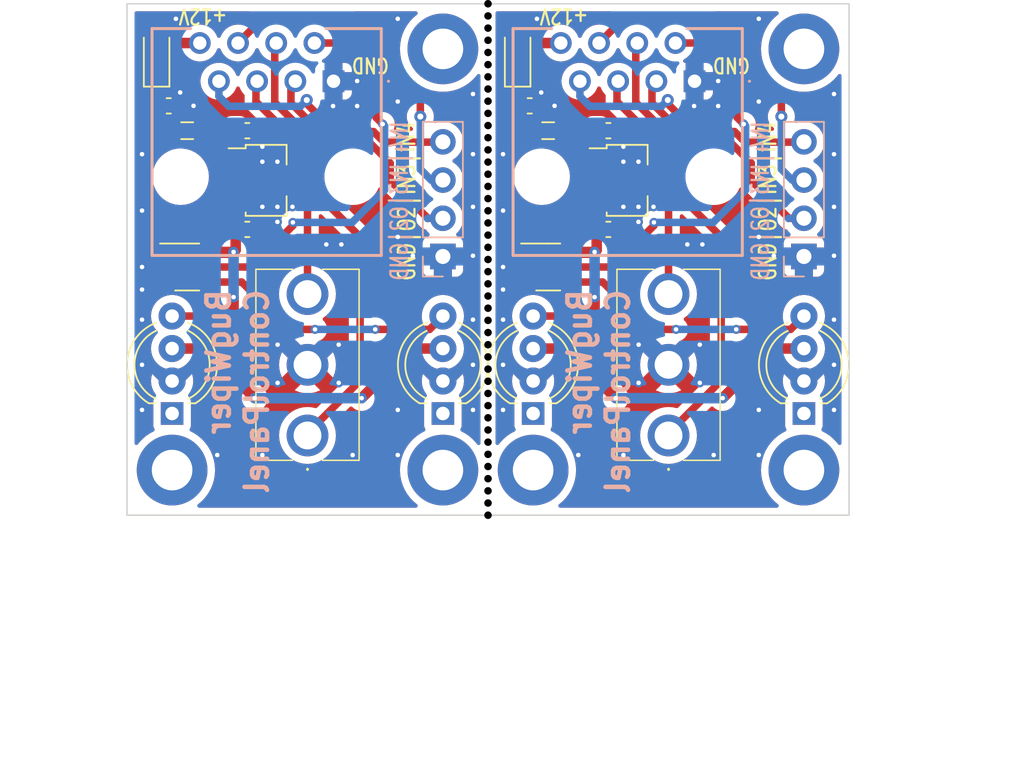
<source format=kicad_pcb>
(kicad_pcb (version 20221018) (generator pcbnew)
  (layers (0 "F.Cu" signal) (31 "B.Cu" signal) (34 "B.Paste" user) (35 "F.Paste" user) (36 "B.SilkS" user "B.Silkscreen") (37 "F.SilkS" user "F.Silkscreen") (38 "B.Mask" user) (39 "F.Mask" user) (44 "Edge.Cuts" user))
  (net 0 "")
  (net 1 "Board_0-+5V")
  (net 2 "Board_0-GND1")
  (net 3 "Board_0-IN1")
  (net 4 "Board_0-IN2")
  (net 5 "Board_0-IN3")
  (net 6 "Board_0-IN4")
  (net 7 "Board_0-Net-(D2-K)")
  (net 8 "Board_0-Net-(U1-VIN)")
  (net 9 "Board_0-OUT1")
  (net 10 "Board_0-OUT2")
  (net 11 "Board_0-OUT_1")
  (net 12 "Board_0-V_IN")
  (net 13 "Board_0-unconnected-(D1-DO-Pad1)")
  (net 14 "Board_0-unconnected-(D3-DO-Pad1)")
  (net 15 "Board_0-unconnected-(U2-NC-Pad1)")
  (net 16 "Board_1-+5V")
  (net 17 "Board_1-GND1")
  (net 18 "Board_1-IN1")
  (net 19 "Board_1-IN2")
  (net 20 "Board_1-IN3")
  (net 21 "Board_1-IN4")
  (net 22 "Board_1-Net-(D2-K)")
  (net 23 "Board_1-Net-(U1-VIN)")
  (net 24 "Board_1-OUT1")
  (net 25 "Board_1-OUT2")
  (net 26 "Board_1-OUT_1")
  (net 27 "Board_1-V_IN")
  (net 28 "Board_1-unconnected-(D1-DO-Pad1)")
  (net 29 "Board_1-unconnected-(D3-DO-Pad1)")
  (net 30 "Board_1-unconnected-(U2-NC-Pad1)")
  (footprint "NPTH" (layer "F.Cu") (at 148.5 46.714285)
    (fp_text reference "KiKit_MB_1_34" hide)
    (fp_text value "NPTH" hide)
  )
  (footprint "NPTH" (layer "F.Cu") (at 148.5 39.428571)
    (fp_text reference "KiKit_MB_1_25" hide)
    (fp_text value "NPTH" hide)
  )
  (footprint "Diode_SMD:D_SOD-323_HandSoldering" (layer "F.Cu") (at 150.47 23.5 90)
    (fp_text reference "D2" hide)
    (fp_text value "CUS15S30,H3F" hide)
  )
  (footprint "NPTH" (layer "F.Cu") (at 148.5 20)
    (fp_text reference "KiKit_MB_1_1" hide)
    (fp_text value "NPTH" hide)
  )
  (footprint "NPTH" (layer "F.Cu") (at 148.5 49.95238)
    (fp_text reference "KiKit_MB_1_38" hide)
    (fp_text value "NPTH" hide)
  )
  (footprint "NPTH" (layer "F.Cu") (at 148.5 33.761905)
    (fp_text reference "KiKit_MB_1_18" hide)
    (fp_text value "NPTH" hide)
  )
  (footprint "NPTH" (layer "F.Cu") (at 148.5 45.095238)
    (fp_text reference "KiKit_MB_1_32" hide)
    (fp_text value "NPTH" hide)
  )
  (footprint "Capacitor_SMD:C_0603_1608Metric" (layer "F.Cu") (at 156.5 35)
    (fp_text reference "C2" hide)
    (fp_text value "470nF" hide)
  )
  (footprint "NPTH" (layer "F.Cu") (at 148.5 35.380953)
    (fp_text reference "KiKit_MB_1_20" hide)
    (fp_text value "NPTH" hide)
  )
  (footprint "NPTH" (layer "F.Cu") (at 148.5 29.714286)
    (fp_text reference "KiKit_MB_1_13" hide)
    (fp_text value "NPTH" hide)
  )
  (footprint "NPTH" (layer "F.Cu") (at 148.5 43.47619)
    (fp_text reference "KiKit_MB_1_30" hide)
    (fp_text value "NPTH" hide)
  )
  (footprint "NPTH" (layer "F.Cu") (at 148.5 47.523809)
    (fp_text reference "KiKit_MB_1_35" hide)
    (fp_text value "NPTH" hide)
  )
  (footprint "MountingHole:MountingHole_2.7mm_M2.5_DIN965_Pad" (layer "F.Cu") (at 169.5 23)
    (fp_text reference "H1" hide)
    (fp_text value "MountingHole" hide)
  )
  (footprint "NPTH" (layer "F.Cu") (at 148.5 21.619048)
    (fp_text reference "KiKit_MB_1_3" hide)
    (fp_text value "NPTH" hide)
  )
  (footprint "NPTH" (layer "F.Cu") (at 148.5 40.238095)
    (fp_text reference "KiKit_MB_1_26" hide)
    (fp_text value "NPTH" hide)
  )
  (footprint "Package_TO_SOT_SMD:SOT-23-5" (layer "F.Cu") (at 152.5 37.5)
    (fp_text reference "U2" hide)
    (fp_text value "SN74LV1T34DBV" hide)
  )
  (footprint "MountingHole:MountingHole_2.7mm_M2.5_DIN965_Pad" (layer "F.Cu") (at 127.5 51)
    (fp_text reference "H2" hide)
    (fp_text value "MountingHole" hide)
  )
  (footprint "NPTH" (layer "F.Cu") (at 148.5 52.380952)
    (fp_text reference "KiKit_MB_1_41" hide)
    (fp_text value "NPTH" hide)
  )
  (footprint "NPTH" (layer "F.Cu") (at 148.5 31.333334)
    (fp_text reference "KiKit_MB_1_15" hide)
    (fp_text value "NPTH" hide)
  )
  (footprint "NPTH" (layer "F.Cu") (at 148.5 32.952381)
    (fp_text reference "KiKit_MB_1_17" hide)
    (fp_text value "NPTH" hide)
  )
  (footprint "NPTH" (layer "F.Cu") (at 148.5 23.238096)
    (fp_text reference "KiKit_MB_1_5" hide)
    (fp_text value "NPTH" hide)
  )
  (footprint "NPTH" (layer "F.Cu") (at 148.5 28.904762)
    (fp_text reference "KiKit_MB_1_12" hide)
    (fp_text value "NPTH" hide)
  )
  (footprint "NPTH" (layer "F.Cu") (at 148.5 27.285715)
    (fp_text reference "KiKit_MB_1_10" hide)
    (fp_text value "NPTH" hide)
  )
  (footprint "LED_THT:LED_D5.0mm-4_RGB_Wide_Pins" (layer "F.Cu") (at 145.5 44 90)
    (fp_text reference "D3" hide)
    (fp_text value "APA-106-F5" hide)
  )
  (footprint "NPTH" (layer "F.Cu") (at 148.5 54)
    (fp_text reference "KiKit_MB_1_43" hide)
    (fp_text value "NPTH" hide)
  )
  (footprint "NPTH" (layer "F.Cu") (at 148.5 42.666666)
    (fp_text reference "KiKit_MB_1_29" hide)
    (fp_text value "NPTH" hide)
  )
  (footprint "NPTH" (layer "F.Cu") (at 148.5 34.571429)
    (fp_text reference "KiKit_MB_1_19" hide)
    (fp_text value "NPTH" hide)
  )
  (footprint "NPTH" (layer "F.Cu") (at 148.5 41.857142)
    (fp_text reference "KiKit_MB_1_28" hide)
    (fp_text value "NPTH" hide)
  )
  (footprint "Capacitor_SMD:C_0603_1608Metric" (layer "F.Cu") (at 156.5 28.438)
    (fp_text reference "C1" hide)
    (fp_text value "100nF" hide)
  )
  (footprint "NPTH" (layer "F.Cu") (at 148.5 37)
    (fp_text reference "KiKit_MB_1_22" hide)
    (fp_text value "NPTH" hide)
  )
  (footprint "MountingHole:MountingHole_2.7mm_M2.5_DIN965_Pad" (layer "F.Cu") (at 169.5 51)
    (fp_text reference "H3" hide)
    (fp_text value "MountingHole" hide)
  )
  (footprint "NPTH" (layer "F.Cu") (at 148.5 28.095239)
    (fp_text reference "KiKit_MB_1_11" hide)
    (fp_text value "NPTH" hide)
  )
  (footprint "MountingHole:MountingHole_2.7mm_M2.5_DIN965_Pad" (layer "F.Cu") (at 151.5 51)
    (fp_text reference "H2" hide)
    (fp_text value "MountingHole" hide)
  )
  (footprint "NPTH" (layer "F.Cu") (at 148.5 36.190477)
    (fp_text reference "KiKit_MB_1_21" hide)
    (fp_text value "NPTH" hide)
  )
  (footprint "NPTH" (layer "F.Cu") (at 148.5 37.809523)
    (fp_text reference "KiKit_MB_1_23" hide)
    (fp_text value "NPTH" hide)
  )
  (footprint "NPTH" (layer "F.Cu") (at 148.5 44.285714)
    (fp_text reference "KiKit_MB_1_31" hide)
    (fp_text value "NPTH" hide)
  )
  (footprint "NPTH" (layer "F.Cu") (at 148.5 50.761904)
    (fp_text reference "KiKit_MB_1_39" hide)
    (fp_text value "NPTH" hide)
  )
  (footprint "MountingHole:MountingHole_2.7mm_M2.5_DIN965_Pad" (layer "F.Cu") (at 145.5 51)
    (fp_text reference "H3" hide)
    (fp_text value "MountingHole" hide)
  )
  (footprint "Capacitor_SMD:C_0603_1608Metric" (layer "F.Cu") (at 127.273 26.787)
    (fp_text reference "C3" hide)
    (fp_text value "100nF" hide)
  )
  (footprint "BugWiper_lib:100SP4T1B4M2QE" (layer "F.Cu") (at 136.5 44 90)
    (fp_text reference "S1" hide)
    (fp_text value "100SP4T1B4M2QE" hide)
  )
  (footprint "Inductor_SMD:L_0805_2012Metric" (layer "F.Cu") (at 152.5 28.438)
    (fp_text reference "L1" hide)
    (fp_text value "L_Ferrite" hide)
  )
  (footprint "Capacitor_SMD:C_0603_1608Metric" (layer "F.Cu") (at 132.5 28.438)
    (fp_text reference "C1" hide)
    (fp_text value "100nF" hide)
  )
  (footprint "Diode_SMD:D_SOD-323_HandSoldering" (layer "F.Cu") (at 126.47 23.5 90)
    (fp_text reference "D2" hide)
    (fp_text value "CUS15S30,H3F" hide)
  )
  (footprint "NPTH" (layer "F.Cu") (at 148.5 25.666667)
    (fp_text reference "KiKit_MB_1_8" hide)
    (fp_text value "NPTH" hide)
  )
  (footprint "NPTH" (layer "F.Cu") (at 148.5 53.190476)
    (fp_text reference "KiKit_MB_1_42" hide)
    (fp_text value "NPTH" hide)
  )
  (footprint "NPTH" (layer "F.Cu") (at 148.5 24.857143)
    (fp_text reference "KiKit_MB_1_7" hide)
    (fp_text value "NPTH" hide)
  )
  (footprint "NPTH" (layer "F.Cu") (at 148.5 22.428572)
    (fp_text reference "KiKit_MB_1_4" hide)
    (fp_text value "NPTH" hide)
  )
  (footprint "NPTH" (layer "F.Cu") (at 148.5 48.333333)
    (fp_text reference "KiKit_MB_1_36" hide)
    (fp_text value "NPTH" hide)
  )
  (footprint "LED_THT:LED_D5.0mm-4_RGB_Wide_Pins" (layer "F.Cu") (at 169.5 44 90)
    (fp_text reference "D3" hide)
    (fp_text value "APA-106-F5" hide)
  )
  (footprint "NPTH" (layer "F.Cu") (at 148.5 49.142857)
    (fp_text reference "KiKit_MB_1_37" hide)
    (fp_text value "NPTH" hide)
  )
  (footprint "NPTH" (layer "F.Cu") (at 148.5 38.619047)
    (fp_text reference "KiKit_MB_1_24" hide)
    (fp_text value "NPTH" hide)
  )
  (footprint "Package_TO_SOT_SMD:SOT-89-3" (layer "F.Cu") (at 157.75 31.739)
    (fp_text reference "U1" hide)
    (fp_text value "AP2204R-5.0" hide)
  )
  (footprint "NPTH" (layer "F.Cu") (at 148.5 30.52381)
    (fp_text reference "KiKit_MB_1_14" hide)
    (fp_text value "NPTH" hide)
  )
  (footprint "NPTH" (layer "F.Cu") (at 148.5 41.047619)
    (fp_text reference "KiKit_MB_1_27" hide)
    (fp_text value "NPTH" hide)
  )
  (footprint "Capacitor_SMD:C_0603_1608Metric" (layer "F.Cu") (at 132.5 35)
    (fp_text reference "C2" hide)
    (fp_text value "470nF" hide)
  )
  (footprint "NPTH" (layer "F.Cu") (at 148.5 20.809524)
    (fp_text reference "KiKit_MB_1_2" hide)
    (fp_text value "NPTH" hide)
  )
  (footprint "Capacitor_SMD:C_0603_1608Metric" (layer "F.Cu") (at 151.273 26.787)
    (fp_text reference "C3" hide)
    (fp_text value "100nF" hide)
  )
  (footprint "MountingHole:MountingHole_2.7mm_M2.5_DIN965_Pad" (layer "F.Cu") (at 145.5 23)
    (fp_text reference "H1" hide)
    (fp_text value "MountingHole" hide)
  )
  (footprint "LED_THT:LED_D5.0mm-4_RGB_Wide_Pins" (layer "F.Cu") (at 127.5 44 90)
    (fp_text reference "D1" hide)
    (fp_text value "APA-106-F5" hide)
  )
  (footprint "NPTH" (layer "F.Cu") (at 148.5 24.04762)
    (fp_text reference "KiKit_MB_1_6" hide)
    (fp_text value "NPTH" hide)
  )
  (footprint "BugWiper_lib:100SP4T1B4M2QE" (layer "F.Cu") (at 160.5 44 90)
    (fp_text reference "S1" hide)
    (fp_text value "100SP4T1B4M2QE" hide)
  )
  (footprint "LED_THT:LED_D5.0mm-4_RGB_Wide_Pins" (layer "F.Cu") (at 151.5 44 90)
    (fp_text reference "D1" hide)
    (fp_text value "APA-106-F5" hide)
  )
  (footprint "Package_TO_SOT_SMD:SOT-23-5" (layer "F.Cu") (at 128.5 37.5)
    (fp_text reference "U2" hide)
    (fp_text value "SN74LV1T34DBV" hide)
  )
  (footprint "NPTH" (layer "F.Cu") (at 148.5 45.904761)
    (fp_text reference "KiKit_MB_1_33" hide)
    (fp_text value "NPTH" hide)
  )
  (footprint "NPTH" (layer "F.Cu") (at 148.5 51.571428)
    (fp_text reference "KiKit_MB_1_40" hide)
    (fp_text value "NPTH" hide)
  )
  (footprint "NPTH" (layer "F.Cu") (at 148.5 32.142858)
    (fp_text reference "KiKit_MB_1_16" hide)
    (fp_text value "NPTH" hide)
  )
  (footprint "Inductor_SMD:L_0805_2012Metric" (layer "F.Cu") (at 128.5 28.438)
    (fp_text reference "L1" hide)
    (fp_text value "L_Ferrite" hide)
  )
  (footprint "NPTH" (layer "F.Cu") (at 148.5 26.476191)
    (fp_text reference "KiKit_MB_1_9" hide)
    (fp_text value "NPTH" hide)
  )
  (footprint "Package_TO_SOT_SMD:SOT-89-3" (layer "F.Cu") (at 133.75 31.739)
    (fp_text reference "U1" hide)
    (fp_text value "AP2204R-5.0" hide)
  )
  (footprint "Connector_PinHeader_2.54mm:PinHeader_1x04_P2.54mm_Vertical" (layer "B.Cu") (at 145.5 36.8)
    (fp_text reference "J2" hide)
    (fp_text value "Conn_01x03_Socket" hide)
  )
  (footprint "Connector_PinHeader_2.54mm:PinHeader_1x04_P2.54mm_Vertical" (layer "B.Cu") (at 169.5 36.8)
    (fp_text reference "J2" hide)
    (fp_text value "Conn_01x03_Socket" hide)
  )
  (footprint "BugWiper_lib:MJ3415882" (layer "B.Cu") (at 138.23 25.15 180)
    (fp_text reference "J1" hide)
    (fp_text value "RJ45" hide)
  )
  (footprint "BugWiper_lib:MJ3415882" (layer "B.Cu") (at 162.23 25.15 180)
    (fp_text reference "J1" hide)
    (fp_text value "RJ45" hide)
  )
  (gr_line (start 124.506111 20) (end 124.501098 20.000123) (stroke (width 0.1)) (layer "Edge.Cuts"))
  (gr_line (start 172.498901 20.000123) (end 172.493888 20) (stroke (width 0.1)) (layer "Edge.Cuts"))
  (gr_line (start 172.499999 20.006111) (end 172.499876 20.001098) (stroke (width 0.1)) (layer "Edge.Cuts"))
  (gr_line (start 172.5 53.993863) (end 172.5 20.006136) (stroke (width 0.1)) (layer "Edge.Cuts"))
  (gr_line (start 124.501098 53.999876) (end 124.506111 53.999999) (stroke (width 0.1)) (layer "Edge.Cuts"))
  (gr_line (start 172.493888 53.999999) (end 172.498901 53.999876) (stroke (width 0.1)) (layer "Edge.Cuts"))
  (gr_line (start 172.493863 20) (end 124.506136 20) (stroke (width 0.1)) (layer "Edge.Cuts"))
  (gr_line (start 124.500123 20.001098) (end 124.5 20.006111) (stroke (width 0.1)) (layer "Edge.Cuts"))
  (gr_line (start 124.5 20.006136) (end 124.5 53.993863) (stroke (width 0.1)) (layer "Edge.Cuts"))
  (gr_line (start 124.5 53.993888) (end 124.500123 53.998901) (stroke (width 0.1)) (layer "Edge.Cuts"))
  (gr_line (start 172.499876 53.998901) (end 172.499999 53.993888) (stroke (width 0.1)) (layer "Edge.Cuts"))
  (gr_line (start 124.506136 54) (end 172.493863 54) (stroke (width 0.1)) (layer "Edge.Cuts"))
  (gr_text "ControlPanel" (at 134.012 38.852 90) (layer "B.SilkS") (effects (font (size 1.5 1.4) (thickness 0.3) bold) (justify left bottom mirror)))
  (gr_text "IN4|IN3|O2|GND" (at 167.25 27.75 90) (layer "B.SilkS") (effects (font (size 1.1 0.82) (thickness 0.15) bold) (justify left bottom mirror)))
  (gr_text "BugWiper" (at 155.472 38.852 90) (layer "B.SilkS") (effects (font (size 1.5 1.4) (thickness 0.3) bold) (justify left bottom mirror)))
  (gr_text "ControlPanel" (at 158.012 38.852 90) (layer "B.SilkS") (effects (font (size 1.5 1.4) (thickness 0.3) bold) (justify left bottom mirror)))
  (gr_text "BugWiper" (at 131.472 38.852 90) (layer "B.SilkS") (effects (font (size 1.5 1.4) (thickness 0.3) bold) (justify left bottom mirror)))
  (gr_text "IN4|IN3|O2|GND" (at 143.25 27.75 90) (layer "B.SilkS") (effects (font (size 1.1 0.82) (thickness 0.15) bold) (justify left bottom mirror)))
  (gr_text "+12V" (at 131.25 20.25 180) (layer "F.SilkS") (effects (font (size 1 0.8) (thickness 0.15) bold) (justify left bottom)))
  (gr_text "+12V" (at 155.25 20.25 180) (layer "F.SilkS") (effects (font (size 1 0.8) (thickness 0.15) bold) (justify left bottom)))
  (gr_text "GND" (at 142 23.5 180) (layer "F.SilkS") (effects (font (size 1 0.8) (thickness 0.15) bold) (justify left bottom)))
  (gr_text "GND" (at 166 23.5 180) (layer "F.SilkS") (effects (font (size 1 0.8) (thickness 0.15) bold) (justify left bottom)))
  (gr_text "GND|O2|IN3|IN4" (at 167.75 38.5 90) (layer "F.SilkS") (effects (font (size 1.1 0.82) (thickness 0.15) bold) (justify left bottom)))
  (gr_text "GND|O2|IN3|IN4" (at 143.75 38.5 90) (layer "F.SilkS") (effects (font (size 1.1 0.82) (thickness 0.15) bold) (justify left bottom)))
  (segment (start 131.8 34.925) (end 131.725 35) (width 0.7) (layer "F.Cu") (net 1))
  (segment (start 131.725 35) (end 131.725 36.3606) (width 0.7) (layer "F.Cu") (net 1))
  (segment (start 131.5061 42.9205) (end 127.5 42.9205) (width 0.7) (layer "F.Cu") (net 1))
  (segment (start 131.5856 39.5) (end 131.5856 44.8156) (width 0.7) (layer "F.Cu") (net 1))
  (segment (start 131.5856 44.8156) (end 132.988 46.218) (width 0.7) (layer "F.Cu") (net 1))
  (segment (start 131.725 36.3606) (end 131.5356 36.55) (width 0.7) (layer "F.Cu") (net 1))
  (segment (start 143.3975 42.9205) (end 145.0555 42.9205) (width 0.7) (layer "F.Cu") (net 1))
  (segment (start 140.1 46.218) (end 143.3975 42.9205) (width 0.7) (layer "F.Cu") (net 1))
  (segment (start 145.0555 42.9205) (end 145.5 43.365) (width 0.7) (layer "F.Cu") (net 1))
  (segment (start 131.5356 36.55) (end 129.6375 36.55) (width 0.7) (layer "F.Cu") (net 1))
  (segment (start 131.8 33.239) (end 131.8 34.925) (width 0.7) (layer "F.Cu") (net 1))
  (segment (start 131.5856 43) (end 131.5061 42.9205) (width 0.7) (layer "F.Cu") (net 1))
  (segment (start 131.5856 36.5) (end 129.6875 36.5) (width 0.7) (layer "F.Cu") (net 1))
  (segment (start 129.6875 36.5) (end 129.6375 36.55) (width 0.7) (layer "F.Cu") (net 1))
  (via (at 140.1 46.218) (size 0.6) (drill 0.3) (layers "F.Cu" "B.Cu") (net 1))
  (via (at 132.988 46.218) (size 0.6) (drill 0.3) (layers "F.Cu" "B.Cu") (net 1))
  (via (at 131.5856 36.5) (size 0.6) (drill 0.3) (layers "F.Cu" "B.Cu") (net 1))
  (via (at 131.5856 39.5) (size 0.6) (drill 0.3) (layers "F.Cu" "B.Cu") (net 1))
  (segment (start 131.5856 39.5) (end 131.5856 36.5) (width 0.7) (layer "B.Cu") (net 1))
  (segment (start 132.988 46.218) (end 140.1 46.218) (width 0.7) (layer "B.Cu") (net 1))
  (segment (start 132.582 31.739) (end 133.275 31.046) (width 0.7) (layer "F.Cu") (net 2))
  (segment (start 133.275 31.046) (end 133.275 28.437) (width 0.7) (layer "F.Cu") (net 2))
  (segment (start 131.8875 31.739) (end 132.582 31.739) (width 0.7) (layer "F.Cu") (net 2))
  (via (at 125.5 47) (size 0.6) (drill 0.3) (layers "F.Cu" "B.Cu") (net 2))
  (via (at 139.5 50) (size 0.6) (drill 0.3) (layers "F.Cu" "B.Cu") (net 2))
  (via (at 147.5 47) (size 0.6) (drill 0.3) (layers "F.Cu" "B.Cu") (net 2))
  (via (at 134.5 33.5) (size 0.6) (drill 0.3) (layers "F.Cu" "B.Cu") (net 2))
  (via (at 143.5 36.75) (size 0.6) (drill 0.3) (layers "F.Cu" "B.Cu") (net 2))
  (via (at 142.5 26.5) (size 0.6) (drill 0.3) (layers "F.Cu" "B.Cu") (net 2))
  (via (at 138.75 36) (size 0.6) (drill 0.3) (layers "F.Cu" "B.Cu") (net 2))
  (via (at 147.5 41) (size 0.6) (drill 0.3) (layers "F.Cu" "B.Cu") (net 2))
  (via (at 142.5 21) (size 0.6) (drill 0.3) (layers "F.Cu" "B.Cu") (net 2))
  (via (at 138.576 42.662) (size 0.6) (drill 0.3) (layers "F.Cu" "B.Cu") (net 2))
  (via (at 147.5 36.75) (size 0.6) (drill 0.3) (layers "F.Cu" "B.Cu") (net 2))
  (via (at 128.035 25.898) (size 0.6) (drill 0.3) (layers "F.Cu" "B.Cu") (net 2))
  (via (at 134.5 34.5) (size 0.6) (drill 0.3) (layers "F.Cu" "B.Cu") (net 2))
  (via (at 137.75 36) (size 0.6) (drill 0.3) (layers "F.Cu" "B.Cu") (net 2))
  (via (at 125.5 30) (size 0.6) (drill 0.3) (layers "F.Cu" "B.Cu") (net 2))
  (via (at 138.2 26.8) (size 0.6) (drill 0.3) (layers "F.Cu" "B.Cu") (net 2))
  (via (at 134.512 45.202) (size 0.6) (drill 0.3) (layers "F.Cu" "B.Cu") (net 2))
  (via (at 127.75 21) (size 0.6) (drill 0.3) (layers "F.Cu" "B.Cu") (net 2))
  (via (at 139.8 25.135) (size 0.6) (drill 0.3) (layers "F.Cu" "B.Cu") (net 2))
  (via (at 142.5 47) (size 0.6) (drill 0.3) (layers "F.Cu" "B.Cu") (net 2))
  (via (at 125.5 44) (size 0.6) (drill 0.3) (layers "F.Cu" "B.Cu") (net 2))
  (via (at 142.5 50) (size 0.6) (drill 0.3) (layers "F.Cu" "B.Cu") (net 2))
  (via (at 147.5 44) (size 0.6) (drill 0.3) (layers "F.Cu" "B.Cu") (net 2))
  (via (at 133.5 50) (size 0.6) (drill 0.3) (layers "F.Cu" "B.Cu") (net 2))
  (via (at 139.8 26.8) (size 0.6) (drill 0.3) (layers "F.Cu" "B.Cu") (net 2))
  (via (at 138.576 45.202) (size 0.6) (drill 0.3) (layers "F.Cu" "B.Cu") (net 2))
  (via (at 134.512 42.662) (size 0.6) (drill 0.3) (layers "F.Cu" "B.Cu") (net 2))
  (via (at 134.5 30.5) (size 0.6) (drill 0.3) (layers "F.Cu" "B.Cu") (net 2))
  (via (at 133.5 30.5) (size 0.6) (drill 0.3) (layers "F.Cu" "B.Cu") (net 2))
  (via (at 125.5 39) (size 0.6) (drill 0.3) (layers "F.Cu" "B.Cu") (net 2))
  (via (at 147.5 30) (size 0.6) (drill 0.3) (layers "F.Cu" "B.Cu") (net 2))
  (via (at 147.5 33.5) (size 0.6) (drill 0.3) (layers "F.Cu" "B.Cu") (net 2))
  (via (at 128.924 26.787) (size 0.6) (drill 0.3) (layers "F.Cu" "B.Cu") (net 2))
  (via (at 125.5 37.5) (size 0.6) (drill 0.3) (layers "F.Cu" "B.Cu") (net 2))
  (via (at 147.5 26) (size 0.6) (drill 0.3) (layers "F.Cu" "B.Cu") (net 2))
  (via (at 133.5 33.5) (size 0.6) (drill 0.3) (layers "F.Cu" "B.Cu") (net 2))
  (via (at 130.5 50) (size 0.6) (drill 0.3) (layers "F.Cu" "B.Cu") (net 2))
  (via (at 142.5 35.5) (size 0.6) (drill 0.3) (layers "F.Cu" "B.Cu") (net 2))
  (via (at 125.5 41) (size 0.6) (drill 0.3) (layers "F.Cu" "B.Cu") (net 2))
  (via (at 125.5 33.75) (size 0.6) (drill 0.3) (layers "F.Cu" "B.Cu") (net 2))
  (via (at 133.5 29.5) (size 0.6) (drill 0.3) (layers "F.Cu" "B.Cu") (net 2))
  (via (at 135.5 33.5) (size 0.6) (drill 0.3) (layers "F.Cu" "B.Cu") (net 2))
  (segment (start 140 45.048) (end 136.848 48.2) (width 0.5) (layer "F.Cu") (net 3))
  (segment (start 137.375 29.625) (end 137.375 32.875) (width 0.5) (layer "F.Cu") (net 3))
  (segment (start 140 35.5) (end 140 45.048) (width 0.5) (layer "F.Cu") (net 3))
  (segment (start 137.375 32.875) (end 140 35.5) (width 0.5) (layer "F.Cu") (net 3))
  (segment (start 136.848 48.2) (end 136.5 48.2) (width 0.5) (layer "F.Cu") (net 3))
  (segment (start 134.323 22.798) (end 134.323 26.5618) (width 0.5) (layer "F.Cu") (net 3))
  (segment (start 134.135 22.61) (end 134.323 22.798) (width 0.5) (layer "F.Cu") (net 3))
  (segment (start 137.25 29.4888) (end 137.25 29.5) (width 0.5) (layer "F.Cu") (net 3))
  (segment (start 134.323 26.5618) (end 137.25 29.4888) (width 0.5) (layer "F.Cu") (net 3))
  (segment (start 137.25 29.5) (end 137.375 29.625) (width 0.5) (layer "F.Cu") (net 3))
  (segment (start 133.074 26.50595) (end 136.5 29.93195) (width 0.5) (layer "F.Cu") (net 4))
  (segment (start 132.865 25.15) (end 133.074 25.359) (width 0.5) (layer "F.Cu") (net 4))
  (segment (start 133.074 25.359) (end 133.074 26.50595) (width 0.5) (layer "F.Cu") (net 4))
  (segment (start 136.5 29.93195) (end 136.5 38.8) (width 0.5) (layer "F.Cu") (net 4))
  (segment (start 144 27.5) (end 144 26.2) (width 0.5) (layer "F.Cu") (net 5))
  (segment (start 144 26.2) (end 138.8 21) (width 0.5) (layer "F.Cu") (net 5))
  (segment (start 138.8 21) (end 133.49 21) (width 0.5) (layer "F.Cu") (net 5))
  (segment (start 133.49 21) (end 131.88 22.61) (width 0.5) (layer "F.Cu") (net 5))
  (via (at 144 27.5) (size 0.8) (drill 0.4) (layers "F.Cu" "B.Cu") (net 5))
  (segment (start 144.72 31.72) (end 145.5 31.72) (width 0.5) (layer "B.Cu") (net 5))
  (segment (start 144 31) (end 144.72 31.72) (width 0.5) (layer "B.Cu") (net 5))
  (segment (start 144 27.5) (end 144 31) (width 0.5) (layer "B.Cu") (net 5))
  (segment (start 145.48 29.2) (end 145.5 29.18) (width 0.5) (layer "F.Cu") (net 6))
  (segment (start 140.889949 28.5) (end 141.589949 29.2) (width 0.5) (layer "F.Cu") (net 6))
  (segment (start 136.45 26.65) (end 138.3 28.5) (width 0.5) (layer "F.Cu") (net 6))
  (segment (start 136.45 26.398959) (end 136.45 26.65) (width 0.5) (layer "F.Cu") (net 6))
  (segment (start 141.589949 29.2) (end 145.48 29.2) (width 0.5) (layer "F.Cu") (net 6))
  (segment (start 138.3 28.5) (end 140.889949 28.5) (width 0.5) (layer "F.Cu") (net 6))
  (via (at 136.45 26.398959) (size 0.8) (drill 0.4) (layers "F.Cu" "B.Cu") (net 6))
  (segment (start 131.272 26.818) (end 130.61 26.156) (width 0.5) (layer "B.Cu") (net 6))
  (segment (start 130.61 25.15) (end 130.825 25.15) (width 0.5) (layer "B.Cu") (net 6))
  (segment (start 136.45 26.398959) (end 136.030959 26.818) (width 0.5) (layer "B.Cu") (net 6))
  (segment (start 130.61 26.156) (end 130.61 25.15) (width 0.5) (layer "B.Cu") (net 6))
  (segment (start 136.030959 26.818) (end 131.272 26.818) (width 0.5) (layer "B.Cu") (net 6))
  (segment (start 126.47 25.15) (end 126.47 27.4705) (width 0.7) (layer "F.Cu") (net 7))
  (segment (start 126.47 27.4705) (end 127.4375 28.438) (width 0.7) (layer "F.Cu") (net 7))
  (segment (start 129.5635 28.437) (end 131.725 28.437) (width 0.7) (layer "F.Cu") (net 8))
  (segment (start 131.75 28.462) (end 131.75 30.189) (width 0.7) (layer "F.Cu") (net 8))
  (segment (start 129.5635 28.057) (end 129.5635 28.437) (width 0.7) (layer "F.Cu") (net 8))
  (segment (start 131.725 28.437) (end 131.75 28.462) (width 0.7) (layer "F.Cu") (net 8))
  (segment (start 131.75 30.189) (end 131.8 30.239) (width 0.7) (layer "F.Cu") (net 8))
  (segment (start 139.1538 22.61) (end 136.96 22.61) (width 0.5) (layer "F.Cu") (net 9))
  (segment (start 141.051167 27.551167) (end 141.051167 24.507367) (width 0.5) (layer "F.Cu") (net 9))
  (segment (start 132.774 37.5) (end 127.3625 37.5) (width 0.5) (layer "F.Cu") (net 9))
  (segment (start 141.051167 24.507367) (end 139.1538 22.61) (width 0.5) (layer "F.Cu") (net 9))
  (segment (start 141.5 28) (end 141.051167 27.551167) (width 0.5) (layer "F.Cu") (net 9))
  (segment (start 135.528 34.534) (end 135.528 34.746) (width 0.5) (layer "F.Cu") (net 9))
  (segment (start 135.528 34.746) (end 132.774 37.5) (width 0.5) (layer "F.Cu") (net 9))
  (via (at 141.5 28) (size 0.6) (drill 0.3) (layers "F.Cu" "B.Cu") (net 9))
  (via (at 135.528 34.534) (size 0.6) (drill 0.3) (layers "F.Cu" "B.Cu") (net 9))
  (segment (start 139.471204 34.534) (end 135.528 34.534) (width 0.5) (layer "B.Cu") (net 9))
  (segment (start 141.5 28) (end 141.625 28.125) (width 0.5) (layer "B.Cu") (net 9))
  (segment (start 141.625 32.380204) (end 139.471204 34.534) (width 0.5) (layer "B.Cu") (net 9))
  (segment (start 141.625 28.125) (end 141.625 32.380204) (width 0.5) (layer "B.Cu") (net 9))
  (segment (start 138 29.2) (end 135.4 26.6) (width 0.5) (layer "F.Cu") (net 10))
  (segment (start 140.6 29.2) (end 138 29.2) (width 0.5) (layer "F.Cu") (net 10))
  (segment (start 145.5 34.26) (end 144.5 34.26) (width 0.5) (layer "F.Cu") (net 10))
  (segment (start 135.4 25.44) (end 135.69 25.15) (width 0.5) (layer "F.Cu") (net 10))
  (segment (start 135.4 26.6) (end 135.4 25.44) (width 0.5) (layer "F.Cu") (net 10))
  (segment (start 142 31.76) (end 142 30.6) (width 0.5) (layer "F.Cu") (net 10))
  (segment (start 144.5 34.26) (end 142 31.76) (width 0.5) (layer "F.Cu") (net 10))
  (segment (start 142 30.6) (end 140.6 29.2) (width 0.5) (layer "F.Cu") (net 10))
  (segment (start 144.5 34.26) (end 144.48 34.28) (width 0.5) (layer "B.Cu") (net 10))
  (segment (start 129.6375 38.45) (end 129.5 38.5875) (width 0.5) (layer "F.Cu") (net 11))
  (segment (start 135.274 41.646) (end 132.128 38.5) (width 0.5) (layer "F.Cu") (net 11))
  (segment (start 137 41.646) (end 135.274 41.646) (width 0.5) (layer "F.Cu") (net 11))
  (segment (start 129.5 38.5875) (end 129.5 40.7615) (width 0.5) (layer "F.Cu") (net 11))
  (segment (start 132.128 38.5) (end 129.6875 38.5) (width 0.5) (layer "F.Cu") (net 11))
  (segment (start 129.6875 38.5) (end 129.6375 38.45) (width 0.5) (layer "F.Cu") (net 11))
  (segment (start 144.6155 41.646) (end 145.5 40.7615) (width 0.5) (layer "F.Cu") (net 11))
  (segment (start 129.5 40.7615) (end 127.5 40.7615) (width 0.5) (layer "F.Cu") (net 11))
  (segment (start 141 41.646) (end 144.6155 41.646) (width 0.5) (layer "F.Cu") (net 11))
  (via (at 137 41.646) (size 0.6) (drill 0.3) (layers "F.Cu" "B.Cu") (net 11))
  (via (at 141 41.646) (size 0.6) (drill 0.3) (layers "F.Cu" "B.Cu") (net 11))
  (segment (start 137 41.646) (end 141 41.646) (width 0.5) (layer "B.Cu") (net 11))
  (segment (start 126.47 22.25) (end 126.83 22.61) (width 0.7) (layer "F.Cu") (net 12))
  (segment (start 126.83 22.61) (end 129.055 22.61) (width 0.7) (layer "F.Cu") (net 12))
  (segment (start 155.5856 43) (end 155.5061 42.9205) (width 0.7) (layer "F.Cu") (net 16))
  (segment (start 155.5061 42.9205) (end 151.5 42.9205) (width 0.7) (layer "F.Cu") (net 16))
  (segment (start 155.5856 36.5) (end 153.6875 36.5) (width 0.7) (layer "F.Cu") (net 16))
  (segment (start 155.5856 39.5) (end 155.5856 44.8156) (width 0.7) (layer "F.Cu") (net 16))
  (segment (start 169.0555 42.9205) (end 169.5 43.365) (width 0.7) (layer "F.Cu") (net 16))
  (segment (start 155.725 36.3606) (end 155.5356 36.55) (width 0.7) (layer "F.Cu") (net 16))
  (segment (start 153.6875 36.5) (end 153.6375 36.55) (width 0.7) (layer "F.Cu") (net 16))
  (segment (start 155.5856 44.8156) (end 156.988 46.218) (width 0.7) (layer "F.Cu") (net 16))
  (segment (start 155.725 35) (end 155.725 36.3606) (width 0.7) (layer "F.Cu") (net 16))
  (segment (start 167.3975 42.9205) (end 169.0555 42.9205) (width 0.7) (layer "F.Cu") (net 16))
  (segment (start 155.8 34.925) (end 155.725 35) (width 0.7) (layer "F.Cu") (net 16))
  (segment (start 164.1 46.218) (end 167.3975 42.9205) (width 0.7) (layer "F.Cu") (net 16))
  (segment (start 155.5356 36.55) (end 153.6375 36.55) (width 0.7) (layer "F.Cu") (net 16))
  (segment (start 155.8 33.239) (end 155.8 34.925) (width 0.7) (layer "F.Cu") (net 16))
  (via (at 155.5856 39.5) (size 0.6) (drill 0.3) (layers "F.Cu" "B.Cu") (net 16))
  (via (at 156.988 46.218) (size 0.6) (drill 0.3) (layers "F.Cu" "B.Cu") (net 16))
  (via (at 164.1 46.218) (size 0.6) (drill 0.3) (layers "F.Cu" "B.Cu") (net 16))
  (via (at 155.5856 36.5) (size 0.6) (drill 0.3) (layers "F.Cu" "B.Cu") (net 16))
  (segment (start 156.988 46.218) (end 164.1 46.218) (width 0.7) (layer "B.Cu") (net 16))
  (segment (start 155.5856 39.5) (end 155.5856 36.5) (width 0.7) (layer "B.Cu") (net 16))
  (segment (start 157.275 31.046) (end 157.275 28.437) (width 0.7) (layer "F.Cu") (net 17))
  (segment (start 156.582 31.739) (end 157.275 31.046) (width 0.7) (layer "F.Cu") (net 17))
  (segment (start 155.8875 31.739) (end 156.582 31.739) (width 0.7) (layer "F.Cu") (net 17))
  (via (at 171.5 44) (size 0.6) (drill 0.3) (layers "F.Cu" "B.Cu") (net 17))
  (via (at 158.512 45.202) (size 0.6) (drill 0.3) (layers "F.Cu" "B.Cu") (net 17))
  (via (at 161.75 36) (size 0.6) (drill 0.3) (layers "F.Cu" "B.Cu") (net 17))
  (via (at 149.5 30) (size 0.6) (drill 0.3) (layers "F.Cu" "B.Cu") (net 17))
  (via (at 166.5 35.5) (size 0.6) (drill 0.3) (layers "F.Cu" "B.Cu") (net 17))
  (via (at 158.5 33.5) (size 0.6) (drill 0.3) (layers "F.Cu" "B.Cu") (net 17))
  (via (at 163.8 25.135) (size 0.6) (drill 0.3) (layers "F.Cu" "B.Cu") (net 17))
  (via (at 162.576 45.202) (size 0.6) (drill 0.3) (layers "F.Cu" "B.Cu") (net 17))
  (via (at 162.576 42.662) (size 0.6) (drill 0.3) (layers "F.Cu" "B.Cu") (net 17))
  (via (at 157.5 50) (size 0.6) (drill 0.3) (layers "F.Cu" "B.Cu") (net 17))
  (via (at 162.2 26.8) (size 0.6) (drill 0.3) (layers "F.Cu" "B.Cu") (net 17))
  (via (at 166.5 50) (size 0.6) (drill 0.3) (layers "F.Cu" "B.Cu") (net 17))
  (via (at 163.8 26.8) (size 0.6) (drill 0.3) (layers "F.Cu" "B.Cu") (net 17))
  (via (at 171.5 33.5) (size 0.6) (drill 0.3) (layers "F.Cu" "B.Cu") (net 17))
  (via (at 152.035 25.898) (size 0.6) (drill 0.3) (layers "F.Cu" "B.Cu") (net 17))
  (via (at 158.512 42.662) (size 0.6) (drill 0.3) (layers "F.Cu" "B.Cu") (net 17))
  (via (at 149.5 41) (size 0.6) (drill 0.3) (layers "F.Cu" "B.Cu") (net 17))
  (via (at 149.5 33.75) (size 0.6) (drill 0.3) (layers "F.Cu" "B.Cu") (net 17))
  (via (at 151.75 21) (size 0.6) (drill 0.3) (layers "F.Cu" "B.Cu") (net 17))
  (via (at 166.5 21) (size 0.6) (drill 0.3) (layers "F.Cu" "B.Cu") (net 17))
  (via (at 149.5 39) (size 0.6) (drill 0.3) (layers "F.Cu" "B.Cu") (net 17))
  (via (at 152.924 26.787) (size 0.6) (drill 0.3) (layers "F.Cu" "B.Cu") (net 17))
  (via (at 157.5 33.5) (size 0.6) (drill 0.3) (layers "F.Cu" "B.Cu") (net 17))
  (via (at 167.5 36.75) (size 0.6) (drill 0.3) (layers "F.Cu" "B.Cu") (net 17))
  (via (at 154.5 50) (size 0.6) (drill 0.3) (layers "F.Cu" "B.Cu") (net 17))
  (via (at 149.5 44) (size 0.6) (drill 0.3) (layers "F.Cu" "B.Cu") (net 17))
  (via (at 159.5 33.5) (size 0.6) (drill 0.3) (layers "F.Cu" "B.Cu") (net 17))
  (via (at 149.5 37.5) (size 0.6) (drill 0.3) (layers "F.Cu" "B.Cu") (net 17))
  (via (at 158.5 30.5) (size 0.6) (drill 0.3) (layers "F.Cu" "B.Cu") (net 17))
  (via (at 158.5 34.5) (size 0.6) (drill 0.3) (layers "F.Cu" "B.Cu") (net 17))
  (via (at 149.5 47) (size 0.6) (drill 0.3) (layers "F.Cu" "B.Cu") (net 17))
  (via (at 166.5 26.5) (size 0.6) (drill 0.3) (layers "F.Cu" "B.Cu") (net 17))
  (via (at 157.5 30.5) (size 0.6) (drill 0.3) (layers "F.Cu" "B.Cu") (net 17))
  (via (at 166.5 47) (size 0.6) (drill 0.3) (layers "F.Cu" "B.Cu") (net 17))
  (via (at 171.5 41) (size 0.6) (drill 0.3) (layers "F.Cu" "B.Cu") (net 17))
  (via (at 157.5 29.5) (size 0.6) (drill 0.3) (layers "F.Cu" "B.Cu") (net 17))
  (via (at 171.5 36.75) (size 0.6) (drill 0.3) (layers "F.Cu" "B.Cu") (net 17))
  (via (at 171.5 30) (size 0.6) (drill 0.3) (layers "F.Cu" "B.Cu") (net 17))
  (via (at 171.5 47) (size 0.6) (drill 0.3) (layers "F.Cu" "B.Cu") (net 17))
  (via (at 162.75 36) (size 0.6) (drill 0.3) (layers "F.Cu" "B.Cu") (net 17))
  (via (at 163.5 50) (size 0.6) (drill 0.3) (layers "F.Cu" "B.Cu") (net 17))
  (via (at 171.5 26) (size 0.6) (drill 0.3) (layers "F.Cu" "B.Cu") (net 17))
  (segment (start 164 45.048) (end 160.848 48.2) (width 0.5) (layer "F.Cu") (net 18))
  (segment (start 160.848 48.2) (end 160.5 48.2) (width 0.5) (layer "F.Cu") (net 18))
  (segment (start 161.375 32.875) (end 164 35.5) (width 0.5) (layer "F.Cu") (net 18))
  (segment (start 158.135 22.61) (end 158.323 22.798) (width 0.5) (layer "F.Cu") (net 18))
  (segment (start 158.323 22.798) (end 158.323 26.5618) (width 0.5) (layer "F.Cu") (net 18))
  (segment (start 164 35.5) (end 164 45.048) (width 0.5) (layer "F.Cu") (net 18))
  (segment (start 161.25 29.4888) (end 161.25 29.5) (width 0.5) (layer "F.Cu") (net 18))
  (segment (start 161.375 29.625) (end 161.375 32.875) (width 0.5) (layer "F.Cu") (net 18))
  (segment (start 161.25 29.5) (end 161.375 29.625) (width 0.5) (layer "F.Cu") (net 18))
  (segment (start 158.323 26.5618) (end 161.25 29.4888) (width 0.5) (layer "F.Cu") (net 18))
  (segment (start 157.074 26.50595) (end 160.5 29.93195) (width 0.5) (layer "F.Cu") (net 19))
  (segment (start 160.5 29.93195) (end 160.5 38.8) (width 0.5) (layer "F.Cu") (net 19))
  (segment (start 156.865 25.15) (end 157.074 25.359) (width 0.5) (layer "F.Cu") (net 19))
  (segment (start 157.074 25.359) (end 157.074 26.50595) (width 0.5) (layer "F.Cu") (net 19))
  (segment (start 168 26.2) (end 162.8 21) (width 0.5) (layer "F.Cu") (net 20))
  (segment (start 162.8 21) (end 157.49 21) (width 0.5) (layer "F.Cu") (net 20))
  (segment (start 157.49 21) (end 155.88 22.61) (width 0.5) (layer "F.Cu") (net 20))
  (segment (start 168 27.5) (end 168 26.2) (width 0.5) (layer "F.Cu") (net 20))
  (via (at 168 27.5) (size 0.8) (drill 0.4) (layers "F.Cu" "B.Cu") (net 20))
  (segment (start 168 27.5) (end 168 31) (width 0.5) (layer "B.Cu") (net 20))
  (segment (start 168.72 31.72) (end 169.5 31.72) (width 0.5) (layer "B.Cu") (net 20))
  (segment (start 168 31) (end 168.72 31.72) (width 0.5) (layer "B.Cu") (net 20))
  (segment (start 162.3 28.5) (end 164.889949 28.5) (width 0.5) (layer "F.Cu") (net 21))
  (segment (start 165.589949 29.2) (end 169.48 29.2) (width 0.5) (layer "F.Cu") (net 21))
  (segment (start 160.45 26.65) (end 162.3 28.5) (width 0.5) (layer "F.Cu") (net 21))
  (segment (start 164.889949 28.5) (end 165.589949 29.2) (width 0.5) (layer "F.Cu") (net 21))
  (segment (start 160.45 26.398959) (end 160.45 26.65) (width 0.5) (layer "F.Cu") (net 21))
  (segment (start 169.48 29.2) (end 169.5 29.18) (width 0.5) (layer "F.Cu") (net 21))
  (via (at 160.45 26.398959) (size 0.8) (drill 0.4) (layers "F.Cu" "B.Cu") (net 21))
  (segment (start 160.030959 26.818) (end 155.272 26.818) (width 0.5) (layer "B.Cu") (net 21))
  (segment (start 160.45 26.398959) (end 160.030959 26.818) (width 0.5) (layer "B.Cu") (net 21))
  (segment (start 154.61 25.15) (end 154.825 25.15) (width 0.5) (layer "B.Cu") (net 21))
  (segment (start 155.272 26.818) (end 154.61 26.156) (width 0.5) (layer "B.Cu") (net 21))
  (segment (start 154.61 26.156) (end 154.61 25.15) (width 0.5) (layer "B.Cu") (net 21))
  (segment (start 150.47 27.4705) (end 151.4375 28.438) (width 0.7) (layer "F.Cu") (net 22))
  (segment (start 150.47 25.15) (end 150.47 27.4705) (width 0.7) (layer "F.Cu") (net 22))
  (segment (start 153.5635 28.437) (end 155.725 28.437) (width 0.7) (layer "F.Cu") (net 23))
  (segment (start 155.75 30.189) (end 155.8 30.239) (width 0.7) (layer "F.Cu") (net 23))
  (segment (start 155.75 28.462) (end 155.75 30.189) (width 0.7) (layer "F.Cu") (net 23))
  (segment (start 153.5635 28.057) (end 153.5635 28.437) (width 0.7) (layer "F.Cu") (net 23))
  (segment (start 155.725 28.437) (end 155.75 28.462) (width 0.7) (layer "F.Cu") (net 23))
  (segment (start 165.051167 24.507367) (end 163.1538 22.61) (width 0.5) (layer "F.Cu") (net 24))
  (segment (start 159.528 34.534) (end 159.528 34.746) (width 0.5) (layer "F.Cu") (net 24))
  (segment (start 165.051167 27.551167) (end 165.051167 24.507367) (width 0.5) (layer "F.Cu") (net 24))
  (segment (start 156.774 37.5) (end 151.3625 37.5) (width 0.5) (layer "F.Cu") (net 24))
  (segment (start 165.5 28) (end 165.051167 27.551167) (width 0.5) (layer "F.Cu") (net 24))
  (segment (start 163.1538 22.61) (end 160.96 22.61) (width 0.5) (layer "F.Cu") (net 24))
  (segment (start 159.528 34.746) (end 156.774 37.5) (width 0.5) (layer "F.Cu") (net 24))
  (via (at 165.5 28) (size 0.6) (drill 0.3) (layers "F.Cu" "B.Cu") (net 24))
  (via (at 159.528 34.534) (size 0.6) (drill 0.3) (layers "F.Cu" "B.Cu") (net 24))
  (segment (start 165.5 28) (end 165.625 28.125) (width 0.5) (layer "B.Cu") (net 24))
  (segment (start 165.625 28.125) (end 165.625 32.380204) (width 0.5) (layer "B.Cu") (net 24))
  (segment (start 163.471204 34.534) (end 159.528 34.534) (width 0.5) (layer "B.Cu") (net 24))
  (segment (start 165.625 32.380204) (end 163.471204 34.534) (width 0.5) (layer "B.Cu") (net 24))
  (segment (start 166 30.6) (end 164.6 29.2) (width 0.5) (layer "F.Cu") (net 25))
  (segment (start 166 31.76) (end 166 30.6) (width 0.5) (layer "F.Cu") (net 25))
  (segment (start 164.6 29.2) (end 162 29.2) (width 0.5) (layer "F.Cu") (net 25))
  (segment (start 168.5 34.26) (end 166 31.76) (width 0.5) (layer "F.Cu") (net 25))
  (segment (start 169.5 34.26) (end 168.5 34.26) (width 0.5) (layer "F.Cu") (net 25))
  (segment (start 162 29.2) (end 159.4 26.6) (width 0.5) (layer "F.Cu") (net 25))
  (segment (start 159.4 25.44) (end 159.69 25.15) (width 0.5) (layer "F.Cu") (net 25))
  (segment (start 159.4 26.6) (end 159.4 25.44) (width 0.5) (layer "F.Cu") (net 25))
  (segment (start 168.5 34.26) (end 168.48 34.28) (width 0.5) (layer "B.Cu") (net 25))
  (segment (start 156.128 38.5) (end 153.6875 38.5) (width 0.5) (layer "F.Cu") (net 26))
  (segment (start 153.5 38.5875) (end 153.5 40.7615) (width 0.5) (layer "F.Cu") (net 26))
  (segment (start 168.6155 41.646) (end 169.5 40.7615) (width 0.5) (layer "F.Cu") (net 26))
  (segment (start 153.5 40.7615) (end 151.5 40.7615) (width 0.5) (layer "F.Cu") (net 26))
  (segment (start 165 41.646) (end 168.6155 41.646) (width 0.5) (layer "F.Cu") (net 26))
  (segment (start 159.274 41.646) (end 156.128 38.5) (width 0.5) (layer "F.Cu") (net 26))
  (segment (start 161 41.646) (end 159.274 41.646) (width 0.5) (layer "F.Cu") (net 26))
  (segment (start 153.6875 38.5) (end 153.6375 38.45) (width 0.5) (layer "F.Cu") (net 26))
  (segment (start 153.6375 38.45) (end 153.5 38.5875) (width 0.5) (layer "F.Cu") (net 26))
  (via (at 165 41.646) (size 0.6) (drill 0.3) (layers "F.Cu" "B.Cu") (net 26))
  (via (at 161 41.646) (size 0.6) (drill 0.3) (layers "F.Cu" "B.Cu") (net 26))
  (segment (start 161 41.646) (end 165 41.646) (width 0.5) (layer "B.Cu") (net 26))
  (segment (start 150.47 22.25) (end 150.83 22.61) (width 0.7) (layer "F.Cu") (net 27))
  (segment (start 150.83 22.61) (end 153.055 22.61) (width 0.7) (layer "F.Cu") (net 27))
  (zone (net 17) (net_name "Board_1-GND1") (layers "F&B.Cu") (connect_pads thru_hole_only (clearance 0.5)) (min_thickness 0.25) (fill yes (thermal_gap 0.5) (thermal_bridge_width 1.2))
    (polygon (pts (xy 148.5 20) (xy 172.5 20) (xy 172.5 54) (xy 148.5 54)))
  )
  (zone (net 2) (net_name "Board_0-GND1") (layers "F&B.Cu") (connect_pads thru_hole_only (clearance 0.5)) (min_thickness 0.25) (fill yes (thermal_gap 0.5) (thermal_bridge_width 1.2))
    (polygon (pts (xy 124.5 20) (xy 148.5 20) (xy 148.5 54) (xy 124.5 54)))
  )
)
</source>
